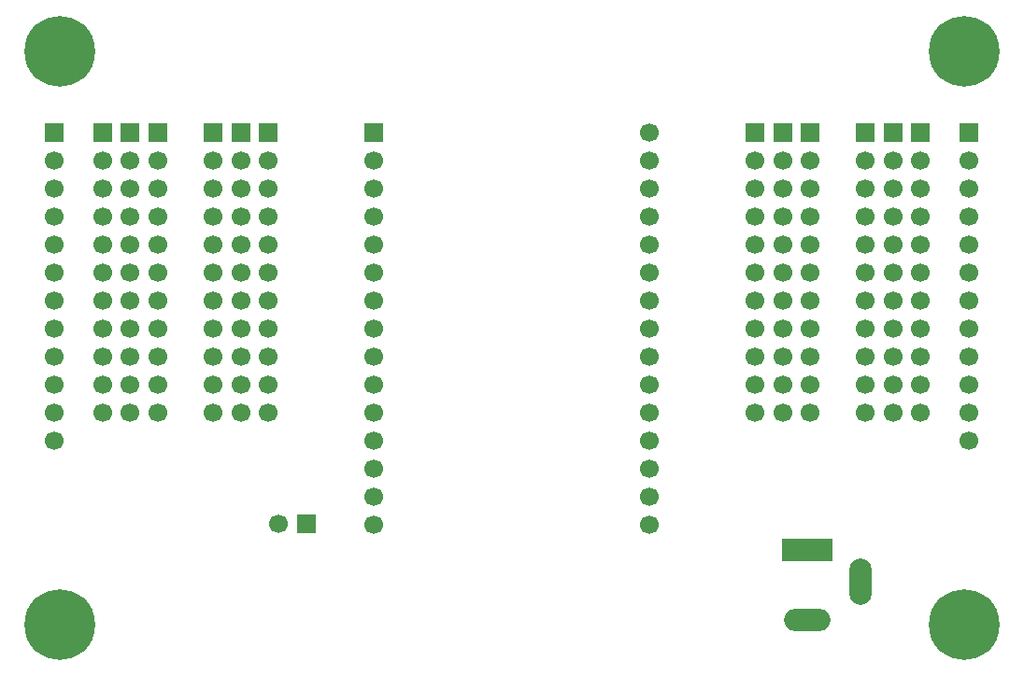
<source format=gbr>
%TF.GenerationSoftware,KiCad,Pcbnew,9.0.7*%
%TF.CreationDate,2026-02-14T10:56:32+01:00*%
%TF.ProjectId,ESP32_5V,45535033-325f-4355-962e-6b696361645f,rev?*%
%TF.SameCoordinates,Original*%
%TF.FileFunction,Soldermask,Bot*%
%TF.FilePolarity,Negative*%
%FSLAX46Y46*%
G04 Gerber Fmt 4.6, Leading zero omitted, Abs format (unit mm)*
G04 Created by KiCad (PCBNEW 9.0.7) date 2026-02-14 10:56:32*
%MOMM*%
%LPD*%
G01*
G04 APERTURE LIST*
%ADD10C,0.800000*%
%ADD11C,6.400000*%
%ADD12R,4.600000X2.000000*%
%ADD13O,4.200000X2.000000*%
%ADD14O,2.000000X4.200000*%
%ADD15R,1.700000X1.700000*%
%ADD16C,1.700000*%
G04 APERTURE END LIST*
D10*
%TO.C,H2*%
X142450000Y-35650000D03*
X143152944Y-33952944D03*
X143152944Y-37347056D03*
X144850000Y-33250000D03*
D11*
X144850000Y-35650000D03*
D10*
X144850000Y-38050000D03*
X146547056Y-33952944D03*
X146547056Y-37347056D03*
X147250000Y-35650000D03*
%TD*%
D12*
%TO.C,J17*%
X130600000Y-80900000D03*
D13*
X130600000Y-87200000D03*
D14*
X135400000Y-83800000D03*
%TD*%
D10*
%TO.C,H4*%
X142450000Y-87650000D03*
X143152944Y-85952944D03*
X143152944Y-89347056D03*
X144850000Y-85250000D03*
D11*
X144850000Y-87650000D03*
D10*
X144850000Y-90050000D03*
X146547056Y-85952944D03*
X146547056Y-89347056D03*
X147250000Y-87650000D03*
%TD*%
D15*
%TO.C,J7*%
X130850000Y-43000000D03*
D16*
X130850000Y-45540000D03*
X130850000Y-48080000D03*
X130850000Y-50620000D03*
X130850000Y-53160000D03*
X130850000Y-55700000D03*
X130850000Y-58240000D03*
X130850000Y-60780000D03*
X130850000Y-63320000D03*
X130850000Y-65860000D03*
X130850000Y-68400000D03*
%TD*%
D15*
%TO.C,J11*%
X71750000Y-43000000D03*
D16*
X71750000Y-45540000D03*
X71750000Y-48080000D03*
X71750000Y-50620000D03*
X71750000Y-53160000D03*
X71750000Y-55700000D03*
X71750000Y-58240000D03*
X71750000Y-60780000D03*
X71750000Y-63320000D03*
X71750000Y-65860000D03*
X71750000Y-68400000D03*
%TD*%
D15*
%TO.C,J3*%
X128350000Y-43000000D03*
D16*
X128350000Y-45540000D03*
X128350000Y-48080000D03*
X128350000Y-50620000D03*
X128350000Y-53160000D03*
X128350000Y-55700000D03*
X128350000Y-58240000D03*
X128350000Y-60780000D03*
X128350000Y-63320000D03*
X128350000Y-65860000D03*
X128350000Y-68400000D03*
%TD*%
D15*
%TO.C,J16*%
X145250000Y-43000000D03*
D16*
X145250000Y-45540000D03*
X145250000Y-48080000D03*
X145250000Y-50620000D03*
X145250000Y-53160000D03*
X145250000Y-55700000D03*
X145250000Y-58240000D03*
X145250000Y-60780000D03*
X145250000Y-63320000D03*
X145250000Y-65860000D03*
X145250000Y-68400000D03*
X145250000Y-70940000D03*
%TD*%
D15*
%TO.C,J4*%
X81750000Y-43000000D03*
D16*
X81750000Y-45540000D03*
X81750000Y-48080000D03*
X81750000Y-50620000D03*
X81750000Y-53160000D03*
X81750000Y-55700000D03*
X81750000Y-58240000D03*
X81750000Y-60780000D03*
X81750000Y-63320000D03*
X81750000Y-65860000D03*
X81750000Y-68400000D03*
%TD*%
D15*
%TO.C,J10*%
X135850000Y-43040000D03*
D16*
X135850000Y-45580000D03*
X135850000Y-48120000D03*
X135850000Y-50660000D03*
X135850000Y-53200000D03*
X135850000Y-55740000D03*
X135850000Y-58280000D03*
X135850000Y-60820000D03*
X135850000Y-63360000D03*
X135850000Y-65900000D03*
X135850000Y-68440000D03*
%TD*%
D15*
%TO.C,J15*%
X62350000Y-43000000D03*
D16*
X62350000Y-45540000D03*
X62350000Y-48080000D03*
X62350000Y-50620000D03*
X62350000Y-53160000D03*
X62350000Y-55700000D03*
X62350000Y-58240000D03*
X62350000Y-60780000D03*
X62350000Y-63320000D03*
X62350000Y-65860000D03*
X62350000Y-68400000D03*
X62350000Y-70940000D03*
%TD*%
D15*
%TO.C,J9*%
X69250000Y-43000000D03*
D16*
X69250000Y-45540000D03*
X69250000Y-48080000D03*
X69250000Y-50620000D03*
X69250000Y-53160000D03*
X69250000Y-55700000D03*
X69250000Y-58240000D03*
X69250000Y-60780000D03*
X69250000Y-63320000D03*
X69250000Y-65860000D03*
X69250000Y-68400000D03*
%TD*%
D10*
%TO.C,H1*%
X60450000Y-35650000D03*
X61152944Y-33952944D03*
X61152944Y-37347056D03*
X62850000Y-33250000D03*
D11*
X62850000Y-35650000D03*
D10*
X62850000Y-38050000D03*
X64547056Y-33952944D03*
X64547056Y-37347056D03*
X65250000Y-35650000D03*
%TD*%
D15*
%TO.C,J13*%
X140850000Y-43040000D03*
D16*
X140850000Y-45580000D03*
X140850000Y-48120000D03*
X140850000Y-50660000D03*
X140850000Y-53200000D03*
X140850000Y-55740000D03*
X140850000Y-58280000D03*
X140850000Y-60820000D03*
X140850000Y-63360000D03*
X140850000Y-65900000D03*
X140850000Y-68440000D03*
%TD*%
D15*
%TO.C,JP1*%
X85250000Y-78500000D03*
D16*
X82710000Y-78500000D03*
%TD*%
D15*
%TO.C,J5*%
X125850000Y-43000000D03*
D16*
X125850000Y-45540000D03*
X125850000Y-48080000D03*
X125850000Y-50620000D03*
X125850000Y-53160000D03*
X125850000Y-55700000D03*
X125850000Y-58240000D03*
X125850000Y-60780000D03*
X125850000Y-63320000D03*
X125850000Y-65860000D03*
X125850000Y-68400000D03*
%TD*%
D15*
%TO.C,J14*%
X91300000Y-43000000D03*
D16*
X91300000Y-45540000D03*
X91300000Y-48080000D03*
X91300000Y-50620000D03*
X91300000Y-53160000D03*
X91300000Y-55700000D03*
X91300000Y-58240000D03*
X91300000Y-60780000D03*
X91300000Y-63320000D03*
X91300000Y-65860000D03*
X91300000Y-68400000D03*
X91300000Y-70940000D03*
X91300000Y-73480000D03*
X91300000Y-76020000D03*
X91300000Y-78560000D03*
X116300000Y-43000000D03*
X116300000Y-45540000D03*
X116300000Y-48080000D03*
X116300000Y-50620000D03*
X116300000Y-53160000D03*
X116300000Y-55700000D03*
X116300000Y-58240000D03*
X116300000Y-60780000D03*
X116300000Y-63320000D03*
X116300000Y-65860000D03*
X116300000Y-68400000D03*
X116300000Y-70940000D03*
X116300000Y-73480000D03*
X116300000Y-76020000D03*
X116300000Y-78560000D03*
%TD*%
D15*
%TO.C,J6*%
X76750000Y-43000000D03*
D16*
X76750000Y-45540000D03*
X76750000Y-48080000D03*
X76750000Y-50620000D03*
X76750000Y-53160000D03*
X76750000Y-55700000D03*
X76750000Y-58240000D03*
X76750000Y-60780000D03*
X76750000Y-63320000D03*
X76750000Y-65860000D03*
X76750000Y-68400000D03*
%TD*%
D15*
%TO.C,J2*%
X79250000Y-43000000D03*
D16*
X79250000Y-45540000D03*
X79250000Y-48080000D03*
X79250000Y-50620000D03*
X79250000Y-53160000D03*
X79250000Y-55700000D03*
X79250000Y-58240000D03*
X79250000Y-60780000D03*
X79250000Y-63320000D03*
X79250000Y-65860000D03*
X79250000Y-68400000D03*
%TD*%
D15*
%TO.C,J8*%
X138350000Y-43040000D03*
D16*
X138350000Y-45580000D03*
X138350000Y-48120000D03*
X138350000Y-50660000D03*
X138350000Y-53200000D03*
X138350000Y-55740000D03*
X138350000Y-58280000D03*
X138350000Y-60820000D03*
X138350000Y-63360000D03*
X138350000Y-65900000D03*
X138350000Y-68440000D03*
%TD*%
D15*
%TO.C,J12*%
X66750000Y-43000000D03*
D16*
X66750000Y-45540000D03*
X66750000Y-48080000D03*
X66750000Y-50620000D03*
X66750000Y-53160000D03*
X66750000Y-55700000D03*
X66750000Y-58240000D03*
X66750000Y-60780000D03*
X66750000Y-63320000D03*
X66750000Y-65860000D03*
X66750000Y-68400000D03*
%TD*%
D10*
%TO.C,H3*%
X60450000Y-87650000D03*
X61152944Y-85952944D03*
X61152944Y-89347056D03*
X62850000Y-85250000D03*
D11*
X62850000Y-87650000D03*
D10*
X62850000Y-90050000D03*
X64547056Y-85952944D03*
X64547056Y-89347056D03*
X65250000Y-87650000D03*
%TD*%
M02*

</source>
